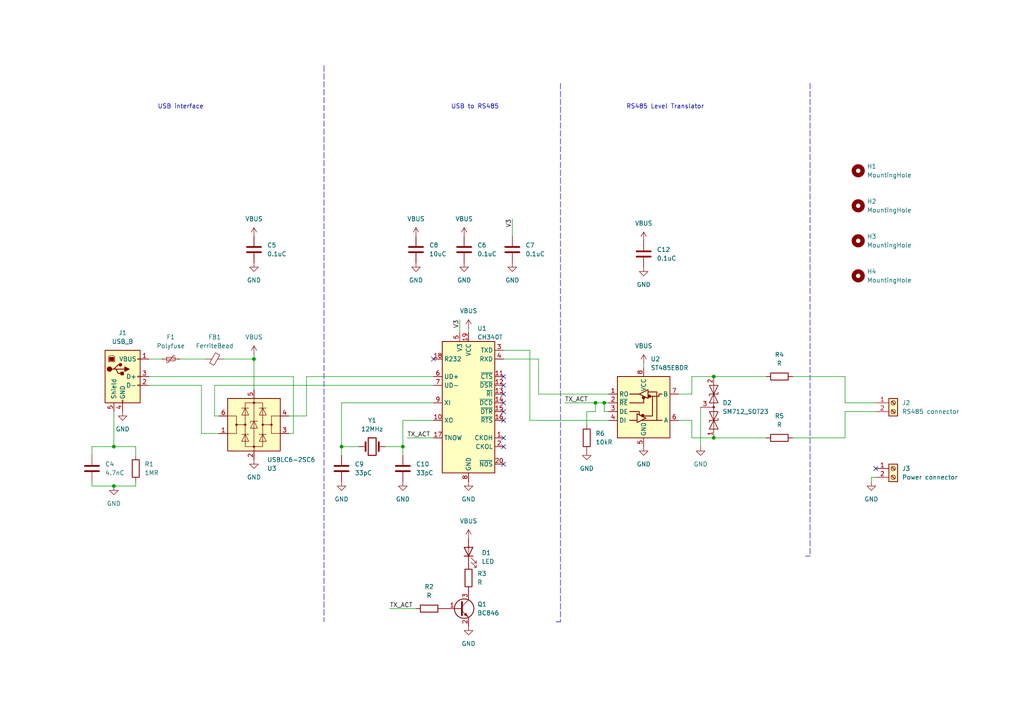
<source format=kicad_sch>
(kicad_sch (version 20211123) (generator eeschema)
  (paper "A4")
  (lib_symbols
    (symbol "Connector:Screw_Terminal_01x02" (pin_names (offset 1.016) hide)
      (property "Reference" "J" (at 0 2.54 0))
      (property "Value" "Screw_Terminal_01x02" (at 0 -5.08 0))
      (symbol "Screw_Terminal_01x02_1_1"
        (rectangle (start -1.27 1.27) (end 1.27 -3.81) (stroke (width 0.254)) (fill (type background)))
        (circle (center 0 -2.54) (radius 0.635) (stroke (width 0.1524)))
        (polyline (pts (xy -0.5334 -2.2098) (xy 0.3302 -3.048)) (stroke (width 0.1524)))
        (polyline (pts (xy -0.5334 0.3302) (xy 0.3302 -0.508)) (stroke (width 0.1524)))
        (polyline (pts (xy -0.3556 -2.032) (xy 0.508 -2.8702)) (stroke (width 0.1524)))
        (polyline (pts (xy -0.3556 0.508) (xy 0.508 -0.3302)) (stroke (width 0.1524)))
        (circle (center 0 0) (radius 0.635) (stroke (width 0.1524)))
        (pin passive line (at -5.08 0 0) (length 3.81) (name "Pin_1") (number "1"))
        (pin passive line (at -5.08 -2.54 0) (length 3.81) (name "Pin_2") (number "2"))
      )
    )
    (symbol "Connector:USB_B" (pin_names (offset 1.016))
      (property "Reference" "J" (at -5.08 11.43 0))
      (property "Value" "USB_B" (at -5.08 8.89 0))
      (symbol "USB_B_0_1"
        (rectangle (start -5.08 -7.62) (end 5.08 7.62) (stroke (width 0.254)) (fill (type background)))
        (circle (center -3.81 2.159) (radius 0.635) (stroke (width 0.254)) (fill (type outline)))
        (rectangle (start -3.81 5.588) (end -2.54 4.572) (fill (type outline)))
        (circle (center -0.635 3.429) (radius 0.381) (stroke (width 0.254)) (fill (type outline)))
        (rectangle (start -0.127 -7.62) (end 0.127 -6.858))
        (polyline (pts (xy -1.905 2.159) (xy 0.635 2.159)) (stroke (width 0.254)))
        (polyline (pts (xy -3.175 2.159) (xy -2.54 2.159) (xy -1.27 3.429) (xy -0.635 3.429)) (stroke (width 0.254)))
        (polyline (pts (xy -2.54 2.159) (xy -1.905 2.159) (xy -1.27 0.889) (xy 0 0.889)) (stroke (width 0.254)))
        (polyline (pts (xy 0.635 2.794) (xy 0.635 1.524) (xy 1.905 2.159) (xy 0.635 2.794)) (stroke (width 0.254)) (fill (type outline)))
        (polyline (pts (xy -4.064 4.318) (xy -2.286 4.318) (xy -2.286 5.715) (xy -2.667 6.096) (xy -3.683 6.096) (xy -4.064 5.715) (xy -4.064 4.318)))
        (rectangle (start 0.254 1.27) (end -0.508 0.508) (stroke (width 0.254)) (fill (type outline)))
        (rectangle (start 5.08 -2.667) (end 4.318 -2.413))
        (rectangle (start 5.08 -0.127) (end 4.318 0.127))
        (rectangle (start 5.08 4.953) (end 4.318 5.207))
      )
      (symbol "USB_B_1_1"
        (pin power_out line (at 7.62 5.08 180) (length 2.54) (name "VBUS") (number "1"))
        (pin bidirectional line (at 7.62 -2.54 180) (length 2.54) (name "D-") (number "2"))
        (pin bidirectional line (at 7.62 0 180) (length 2.54) (name "D+") (number "3"))
        (pin power_out line (at 0 -10.16 90) (length 2.54) (name "GND") (number "4"))
        (pin passive line (at -2.54 -10.16 90) (length 2.54) (name "Shield") (number "5"))
      )
    )
    (symbol "Device:C" (pin_numbers hide) (pin_names (offset 0.254))
      (property "Reference" "C" (at 0.635 2.54 0))
      (property "Value" "C" (at 0.635 -2.54 0))
      (symbol "C_0_1"
        (polyline (pts (xy -2.032 -0.762) (xy 2.032 -0.762)) (stroke (width 0.508)))
        (polyline (pts (xy -2.032 0.762) (xy 2.032 0.762)) (stroke (width 0.508)))
      )
      (symbol "C_1_1"
        (pin passive line (at 0 3.81 270) (length 2.794) (name "~") (number "1"))
        (pin passive line (at 0 -3.81 90) (length 2.794) (name "~") (number "2"))
      )
    )
    (symbol "Device:Crystal" (pin_numbers hide) (pin_names (offset 1.016) hide)
      (property "Reference" "Y" (at 0 3.81 0))
      (property "Value" "Crystal" (at 0 -3.81 0))
      (symbol "Crystal_0_1"
        (rectangle (start -1.143 2.54) (end 1.143 -2.54) (stroke (width 0.3048)))
        (polyline (pts (xy -2.54 0) (xy -1.905 0)))
        (polyline (pts (xy -1.905 -1.27) (xy -1.905 1.27)) (stroke (width 0.508)))
        (polyline (pts (xy 1.905 -1.27) (xy 1.905 1.27)) (stroke (width 0.508)))
        (polyline (pts (xy 2.54 0) (xy 1.905 0)))
      )
      (symbol "Crystal_1_1"
        (pin passive line (at -3.81 0 0) (length 1.27) (name "1") (number "1"))
        (pin passive line (at 3.81 0 180) (length 1.27) (name "2") (number "2"))
      )
    )
    (symbol "Device:FerriteBead_Small" (pin_numbers hide) (pin_names (offset 0))
      (property "Reference" "FB" (at 1.905 1.27 0))
      (property "Value" "FerriteBead_Small" (at 1.905 -1.27 0))
      (symbol "FerriteBead_Small_0_1"
        (polyline (pts (xy 0 -1.27) (xy 0 -0.7874)))
        (polyline (pts (xy 0 0.889) (xy 0 1.2954)))
        (polyline (pts (xy -1.8288 0.2794) (xy -1.1176 1.4986) (xy 1.8288 -0.2032) (xy 1.1176 -1.4224) (xy -1.8288 0.2794)))
      )
      (symbol "FerriteBead_Small_1_1"
        (pin passive line (at 0 2.54 270) (length 1.27) (name "~") (number "1"))
        (pin passive line (at 0 -2.54 90) (length 1.27) (name "~") (number "2"))
      )
    )
    (symbol "Device:LED" (pin_numbers hide) (pin_names (offset 1.016) hide)
      (property "Reference" "D" (at 0 2.54 0))
      (property "Value" "LED" (at 0 -2.54 0))
      (symbol "LED_0_1"
        (polyline (pts (xy -1.27 -1.27) (xy -1.27 1.27)) (stroke (width 0.254)))
        (polyline (pts (xy -1.27 0) (xy 1.27 0)))
        (polyline (pts (xy 1.27 -1.27) (xy 1.27 1.27) (xy -1.27 0) (xy 1.27 -1.27)) (stroke (width 0.254)))
        (polyline (pts (xy -3.048 -0.762) (xy -4.572 -2.286) (xy -3.81 -2.286) (xy -4.572 -2.286) (xy -4.572 -1.524)))
        (polyline (pts (xy -1.778 -0.762) (xy -3.302 -2.286) (xy -2.54 -2.286) (xy -3.302 -2.286) (xy -3.302 -1.524)))
      )
      (symbol "LED_1_1"
        (pin passive line (at -3.81 0 0) (length 2.54) (name "K") (number "1"))
        (pin passive line (at 3.81 0 180) (length 2.54) (name "A") (number "2"))
      )
    )
    (symbol "Device:Polyfuse_Small" (pin_numbers hide) (pin_names (offset 0))
      (property "Reference" "F" (at -1.905 0 90))
      (property "Value" "Polyfuse_Small" (at 1.905 0 90))
      (symbol "Polyfuse_Small_0_1"
        (rectangle (start -0.508 1.27) (end 0.508 -1.27))
        (polyline (pts (xy 0 2.54) (xy 0 -2.54)))
        (polyline (pts (xy -1.016 1.27) (xy -1.016 0.762) (xy 1.016 -0.762) (xy 1.016 -1.27)))
      )
      (symbol "Polyfuse_Small_1_1"
        (pin passive line (at 0 2.54 270) (length 0.635) (name "~") (number "1"))
        (pin passive line (at 0 -2.54 90) (length 0.635) (name "~") (number "2"))
      )
    )
    (symbol "Device:R" (pin_numbers hide) (pin_names (offset 0))
      (property "Reference" "R" (at 2.032 0 90))
      (property "Value" "R" (at 0 0 90))
      (symbol "R_0_1"
        (rectangle (start -1.016 -2.54) (end 1.016 2.54) (stroke (width 0.254)))
      )
      (symbol "R_1_1"
        (pin passive line (at 0 3.81 270) (length 1.27) (name "~") (number "1"))
        (pin passive line (at 0 -3.81 90) (length 1.27) (name "~") (number "2"))
      )
    )
    (symbol "Diode:SM712_SOT23" (pin_names (offset 1.016) hide)
      (property "Reference" "D" (at 0 4.445 0))
      (property "Value" "SM712_SOT23" (at 0 2.54 0))
      (symbol "SM712_SOT23_0_0"
        (polyline (pts (xy 0 -1.27) (xy 0 0)))
      )
      (symbol "SM712_SOT23_0_1"
        (polyline (pts (xy -6.35 0) (xy 6.35 0)))
        (polyline (pts (xy -3.302 1.27) (xy -3.81 1.27) (xy -3.81 -1.27) (xy -4.318 -1.27)) (stroke (width 0.2032)))
        (polyline (pts (xy 4.318 1.27) (xy 3.81 1.27) (xy 3.81 -1.27) (xy 3.302 -1.27)) (stroke (width 0.2032)))
        (polyline (pts (xy -6.35 -1.27) (xy -1.27 1.27) (xy -1.27 -1.27) (xy -6.35 1.27) (xy -6.35 -1.27)) (stroke (width 0.2032)))
        (polyline (pts (xy 1.27 -1.27) (xy 1.27 1.27) (xy 6.35 -1.27) (xy 6.35 1.27) (xy 1.27 -1.27)) (stroke (width 0.2032)))
        (circle (center 0 0) (radius 0.254) (fill (type outline)))
      )
      (symbol "SM712_SOT23_1_1"
        (pin passive line (at -8.89 0 0) (length 2.54) (name "A1") (number "1"))
        (pin passive line (at 8.89 0 180) (length 2.54) (name "A2") (number "2"))
        (pin input line (at 0 -3.81 90) (length 2.54) (name "common") (number "3"))
      )
    )
    (symbol "Interface_UART:ST485EBDR"
      (property "Reference" "U" (at -6.35 8.89 0))
      (property "Value" "ST485EBDR" (at 1.27 8.89 0))
      (symbol "ST485EBDR_0_1"
        (rectangle (start -7.62 7.62) (end 7.62 -10.16) (stroke (width 0.254)) (fill (type background)))
        (circle (center -0.3048 -3.683) (radius 0.3556) (stroke (width 0.254)) (fill (type outline)))
        (circle (center -0.0254 1.4986) (radius 0.3556) (stroke (width 0.254)) (fill (type outline)))
        (polyline (pts (xy -4.064 -5.08) (xy -1.905 -5.08)) (stroke (width 0.254)))
        (polyline (pts (xy -4.064 2.54) (xy -1.27 2.54)) (stroke (width 0.254)))
        (polyline (pts (xy -1.27 -3.2004) (xy -1.27 -3.4544)) (stroke (width 0.254)))
        (polyline (pts (xy -0.635 -5.08) (xy 5.334 -5.08)) (stroke (width 0.254)))
        (polyline (pts (xy -4.064 -2.54) (xy -1.27 -2.54) (xy -1.27 -3.175)) (stroke (width 0.254)))
        (polyline (pts (xy 0 1.27) (xy 0 0) (xy -4.064 0)) (stroke (width 0.254)))
        (polyline (pts (xy 1.27 3.175) (xy 3.81 3.175) (xy 3.81 -5.08)) (stroke (width 0.254)))
        (polyline (pts (xy 2.54 1.905) (xy 2.54 -3.81) (xy 0 -3.81)) (stroke (width 0.254)))
        (polyline (pts (xy -1.905 -3.175) (xy -1.905 -5.715) (xy 0.635 -4.445) (xy -1.905 -3.175)) (stroke (width 0.254)))
        (polyline (pts (xy -1.27 2.54) (xy 1.27 3.81) (xy 1.27 1.27) (xy -1.27 2.54)) (stroke (width 0.254)))
        (polyline (pts (xy 1.905 1.905) (xy 4.445 1.905) (xy 4.445 2.54) (xy 5.334 2.54)) (stroke (width 0.254)))
        (rectangle (start 1.27 3.175) (end 1.27 3.175))
        (circle (center 1.651 1.905) (radius 0.3556) (stroke (width 0.254)) (fill (type outline)))
      )
      (symbol "ST485EBDR_1_1"
        (pin output line (at -10.16 2.54 0) (length 2.54) (name "RO") (number "1"))
        (pin input line (at -10.16 0 0) (length 2.54) (name "~{RE}") (number "2"))
        (pin input line (at -10.16 -2.54 0) (length 2.54) (name "DE") (number "3"))
        (pin input line (at -10.16 -5.08 0) (length 2.54) (name "DI") (number "4"))
        (pin power_in line (at 0 -12.7 90) (length 2.54) (name "GND") (number "5"))
        (pin bidirectional line (at 10.16 -5.08 180) (length 2.54) (name "A") (number "6"))
        (pin bidirectional line (at 10.16 2.54 180) (length 2.54) (name "B") (number "7"))
        (pin power_in line (at 0 10.16 270) (length 2.54) (name "VCC") (number "8"))
      )
    )
    (symbol "Interface_USB_custom:CH340T"
      (property "Reference" "U" (at -7.62 22.86 0))
      (property "Value" "CH340T" (at 7.62 22.86 0))
      (symbol "CH340T_1_1"
        (rectangle (start -7.62 20.32) (end 7.62 -17.78) (stroke (width 0.254)) (fill (type background)))
        (pin output line (at 10.16 -7.62 180) (length 2.54) (name "CKOH") (number "1"))
        (pin output line (at -10.16 -2.54 0) (length 2.54) (name "XO") (number "10"))
        (pin input line (at 10.16 10.16 180) (length 2.54) (name "~{CTS}") (number "11"))
        (pin input line (at 10.16 7.62 180) (length 2.54) (name "~{DSR}") (number "12"))
        (pin input line (at 10.16 5.08 180) (length 2.54) (name "~{RI}") (number "13"))
        (pin input line (at 10.16 2.54 180) (length 2.54) (name "~{DCD}") (number "14"))
        (pin output line (at 10.16 0 180) (length 2.54) (name "~{DTR}") (number "15"))
        (pin output line (at 10.16 -2.54 180) (length 2.54) (name "~{RTS}") (number "16"))
        (pin output line (at -10.16 -7.62 0) (length 2.54) (name "TNOW") (number "17"))
        (pin input line (at -10.16 15.24 0) (length 2.54) (name "R232") (number "18"))
        (pin power_in line (at 0 22.86 270) (length 2.54) (name "VCC") (number "19"))
        (pin output line (at 10.16 -10.16 180) (length 2.54) (name "CKOL") (number "2"))
        (pin input line (at 10.16 -15.24 180) (length 2.54) (name "~{NOS}") (number "20"))
        (pin output line (at 10.16 17.78 180) (length 2.54) (name "TXD") (number "3"))
        (pin input line (at 10.16 15.24 180) (length 2.54) (name "RXD") (number "4"))
        (pin passive line (at -2.54 22.86 270) (length 2.54) (name "V3") (number "5"))
        (pin bidirectional line (at -10.16 10.16 0) (length 2.54) (name "UD+") (number "6"))
        (pin bidirectional line (at -10.16 7.62 0) (length 2.54) (name "UD-") (number "7"))
        (pin power_in line (at 0 -20.32 90) (length 2.54) (name "GND") (number "8"))
        (pin input line (at -10.16 2.54 0) (length 2.54) (name "XI") (number "9"))
      )
    )
    (symbol "Mechanical:MountingHole" (pin_names (offset 1.016))
      (property "Reference" "H" (at 0 5.08 0))
      (property "Value" "MountingHole" (at 0 3.175 0))
      (symbol "MountingHole_0_1"
        (circle (center 0 0) (radius 1.27) (stroke (width 1.27)))
      )
    )
    (symbol "Power_Protection:USBLC6-2SC6" (pin_names hide)
      (property "Reference" "U" (at 2.54 8.89 0))
      (property "Value" "USBLC6-2SC6" (at 2.54 -8.89 0))
      (symbol "USBLC6-2SC6_0_1"
        (rectangle (start -7.62 -7.62) (end 7.62 7.62) (stroke (width 0.254)) (fill (type background)))
        (circle (center -5.08 0) (radius 0.254) (fill (type outline)))
        (circle (center -2.54 0) (radius 0.254) (fill (type outline)))
        (rectangle (start -2.54 6.35) (end 2.54 -6.35))
        (circle (center 0 -6.35) (radius 0.254) (fill (type outline)))
        (polyline (pts (xy -5.08 -2.54) (xy -7.62 -2.54)))
        (polyline (pts (xy -5.08 0) (xy -5.08 -2.54)))
        (polyline (pts (xy -5.08 2.54) (xy -7.62 2.54)))
        (polyline (pts (xy -1.524 -2.794) (xy -3.556 -2.794)))
        (polyline (pts (xy -1.524 4.826) (xy -3.556 4.826)))
        (polyline (pts (xy 0 -7.62) (xy 0 -6.35)))
        (polyline (pts (xy 0 -6.35) (xy 0 1.27)))
        (polyline (pts (xy 0 1.27) (xy 0 6.35)))
        (polyline (pts (xy 0 6.35) (xy 0 7.62)))
        (polyline (pts (xy 1.524 -2.794) (xy 3.556 -2.794)))
        (polyline (pts (xy 1.524 4.826) (xy 3.556 4.826)))
        (polyline (pts (xy 5.08 -2.54) (xy 7.62 -2.54)))
        (polyline (pts (xy 5.08 0) (xy 5.08 -2.54)))
        (polyline (pts (xy 5.08 2.54) (xy 7.62 2.54)))
        (polyline (pts (xy -2.54 0) (xy -5.08 0) (xy -5.08 2.54)))
        (polyline (pts (xy 2.54 0) (xy 5.08 0) (xy 5.08 2.54)))
        (polyline (pts (xy -3.556 -4.826) (xy -1.524 -4.826) (xy -2.54 -2.794) (xy -3.556 -4.826)))
        (polyline (pts (xy -3.556 2.794) (xy -1.524 2.794) (xy -2.54 4.826) (xy -3.556 2.794)))
        (polyline (pts (xy -1.016 -1.016) (xy 1.016 -1.016) (xy 0 1.016) (xy -1.016 -1.016)))
        (polyline (pts (xy 1.016 1.016) (xy 0.762 1.016) (xy -1.016 1.016) (xy -1.016 0.508)))
        (polyline (pts (xy 3.556 -4.826) (xy 1.524 -4.826) (xy 2.54 -2.794) (xy 3.556 -4.826)))
        (polyline (pts (xy 3.556 2.794) (xy 1.524 2.794) (xy 2.54 4.826) (xy 3.556 2.794)))
        (circle (center 0 6.35) (radius 0.254) (fill (type outline)))
        (circle (center 2.54 0) (radius 0.254) (fill (type outline)))
        (circle (center 5.08 0) (radius 0.254) (fill (type outline)))
      )
      (symbol "USBLC6-2SC6_1_1"
        (pin passive line (at -10.16 -2.54 0) (length 2.54) (name "I/O1") (number "1"))
        (pin passive line (at 0 -10.16 90) (length 2.54) (name "GND") (number "2"))
        (pin passive line (at 10.16 -2.54 180) (length 2.54) (name "I/O2") (number "3"))
        (pin passive line (at 10.16 2.54 180) (length 2.54) (name "I/O2") (number "4"))
        (pin passive line (at 0 10.16 270) (length 2.54) (name "VBUS") (number "5"))
        (pin passive line (at -10.16 2.54 0) (length 2.54) (name "I/O1") (number "6"))
      )
    )
    (symbol "Transistor_BJT:BC846" (pin_names (offset 0) hide)
      (property "Reference" "Q" (at 5.08 1.905 0))
      (property "Value" "BC846" (at 5.08 0 0))
      (symbol "BC846_0_1"
        (polyline (pts (xy 0.635 0.635) (xy 2.54 2.54)))
        (polyline (pts (xy 0.635 -0.635) (xy 2.54 -2.54) (xy 2.54 -2.54)))
        (polyline (pts (xy 0.635 1.905) (xy 0.635 -1.905) (xy 0.635 -1.905)) (stroke (width 0.508)))
        (polyline (pts (xy 1.27 -1.778) (xy 1.778 -1.27) (xy 2.286 -2.286) (xy 1.27 -1.778) (xy 1.27 -1.778)) (fill (type outline)))
        (circle (center 1.27 0) (radius 2.8194) (stroke (width 0.254)))
      )
      (symbol "BC846_1_1"
        (pin input line (at -5.08 0 0) (length 5.715) (name "B") (number "1"))
        (pin passive line (at 2.54 -5.08 90) (length 2.54) (name "E") (number "2"))
        (pin passive line (at 2.54 5.08 270) (length 2.54) (name "C") (number "3"))
      )
    )
    (symbol "power:GND" (power) (pin_names (offset 0))
      (property "Value" "GND" (at 0 -3.81 0))
      (symbol "GND_0_1"
        (polyline (pts (xy 0 0) (xy 0 -1.27) (xy 1.27 -1.27) (xy 0 -2.54) (xy -1.27 -1.27) (xy 0 -1.27)))
      )
      (symbol "GND_1_1"
        (pin power_in line (at 0 0 270) (length 0) hide (name "GND") (number "1"))
      )
    )
    (symbol "power:VBUS" (power) (pin_names (offset 0))
      (property "Value" "VBUS" (at 0 3.81 0))
      (symbol "VBUS_0_1"
        (polyline (pts (xy -0.762 1.27) (xy 0 2.54)))
        (polyline (pts (xy 0 0) (xy 0 2.54)))
        (polyline (pts (xy 0 2.54) (xy 0.762 1.27)))
      )
      (symbol "VBUS_1_1"
        (pin power_in line (at 0 0 90) (length 0) hide (name "VBUS") (number "1"))
      )
    )
  )
  (junction (at 33.02 129.54))
  (junction (at 116.84 129.54))
  (junction (at 207.01 109.22))
  (junction (at 33.02 140.97))
  (junction (at 207.01 127))
  (junction (at 172.72 116.84))
  (junction (at 175.26 116.84))
  (junction (at 73.66 104.14))
  (junction (at 99.06 129.54))
  (no_connect (at 146.05 134.62))
  (no_connect (at 146.05 129.54))
  (no_connect (at 146.05 127))
  (no_connect (at 125.73 104.14))
  (no_connect (at 254 135.89))
  (no_connect (at 146.05 111.76))
  (no_connect (at 146.05 114.3))
  (no_connect (at 146.05 116.84))
  (no_connect (at 146.05 119.38))
  (no_connect (at 146.05 109.22))
  (no_connect (at 146.05 121.92))
  (wire (pts (xy 64.77 104.14) (xy 73.66 104.14)))
  (wire (pts (xy 85.09 125.73) (xy 83.82 125.73)))
  (wire (pts (xy 172.72 119.38) (xy 172.72 116.84)))
  (wire (pts (xy 39.37 140.97) (xy 39.37 139.7)))
  (wire (pts (xy 203.2 118.11) (xy 203.2 129.54)))
  (wire (pts (xy 153.67 121.92) (xy 176.53 121.92)))
  (wire (pts (xy 207.01 109.22) (xy 222.25 109.22)))
  (wire (pts (xy 73.66 104.14) (xy 73.66 113.03)))
  (wire (pts (xy 153.67 121.92) (xy 153.67 101.6)))
  (wire (pts (xy 200.66 127) (xy 200.66 121.92)))
  (wire (pts (xy 222.25 127) (xy 207.01 127)))
  (wire (pts (xy 175.26 119.38) (xy 176.53 119.38)))
  (wire (pts (xy 99.06 116.84) (xy 99.06 129.54)))
  (wire (pts (xy 148.59 63.5) (xy 148.59 68.58)))
  (wire (pts (xy 43.18 111.76) (xy 58.42 111.76)))
  (wire (pts (xy 170.18 119.38) (xy 172.72 119.38)))
  (wire (pts (xy 33.02 129.54) (xy 26.67 129.54)))
  (wire (pts (xy 111.76 129.54) (xy 116.84 129.54)))
  (wire (pts (xy 116.84 132.08) (xy 116.84 129.54)))
  (wire (pts (xy 252.73 138.43) (xy 254 138.43)))
  (wire (pts (xy 73.66 102.87) (xy 73.66 104.14)))
  (wire (pts (xy 83.82 120.65) (xy 88.9 120.65)))
  (wire (pts (xy 175.26 116.84) (xy 176.53 116.84)))
  (wire (pts (xy 186.69 105.41) (xy 186.69 106.68)))
  (wire (pts (xy 196.85 114.3) (xy 200.66 114.3)))
  (wire (pts (xy 26.67 140.97) (xy 33.02 140.97)))
  (wire (pts (xy 39.37 129.54) (xy 39.37 132.08)))
  (wire (pts (xy 135.89 95.25) (xy 135.89 96.52)))
  (wire (pts (xy 229.87 127) (xy 245.11 127)))
  (wire (pts (xy 26.67 139.7) (xy 26.67 140.97)))
  (wire (pts (xy 58.42 111.76) (xy 58.42 125.73)))
  (wire (pts (xy 62.23 120.65) (xy 62.23 111.76)))
  (polyline (pts (xy 233.68 161.29) (xy 234.95 161.29)))
  (wire (pts (xy 200.66 109.22) (xy 207.01 109.22)))
  (wire (pts (xy 245.11 109.22) (xy 229.87 109.22)))
  (wire (pts (xy 200.66 121.92) (xy 196.85 121.92)))
  (wire (pts (xy 133.35 92.71) (xy 133.35 96.52)))
  (wire (pts (xy 62.23 111.76) (xy 125.73 111.76)))
  (wire (pts (xy 33.02 140.97) (xy 39.37 140.97)))
  (wire (pts (xy 113.03 176.53) (xy 120.65 176.53)))
  (wire (pts (xy 175.26 116.84) (xy 175.26 119.38)))
  (wire (pts (xy 88.9 109.22) (xy 125.73 109.22)))
  (wire (pts (xy 245.11 116.84) (xy 245.11 109.22)))
  (wire (pts (xy 85.09 109.22) (xy 85.09 125.73)))
  (wire (pts (xy 26.67 129.54) (xy 26.67 132.08)))
  (wire (pts (xy 33.02 129.54) (xy 39.37 129.54)))
  (wire (pts (xy 252.73 139.7) (xy 252.73 138.43)))
  (wire (pts (xy 99.06 129.54) (xy 99.06 132.08)))
  (polyline (pts (xy 161.29 180.34) (xy 162.56 180.34)))
  (polyline (pts (xy 234.95 24.13) (xy 234.95 161.29)))
  (wire (pts (xy 163.83 116.84) (xy 172.72 116.84)))
  (wire (pts (xy 116.84 121.92) (xy 125.73 121.92)))
  (wire (pts (xy 176.53 114.3) (xy 156.21 114.3)))
  (wire (pts (xy 156.21 114.3) (xy 156.21 104.14)))
  (wire (pts (xy 172.72 116.84) (xy 175.26 116.84)))
  (polyline (pts (xy 93.98 19.05) (xy 93.98 180.34)))
  (wire (pts (xy 33.02 119.38) (xy 33.02 129.54)))
  (wire (pts (xy 200.66 127) (xy 207.01 127)))
  (wire (pts (xy 170.18 119.38) (xy 170.18 123.19)))
  (wire (pts (xy 52.07 104.14) (xy 59.69 104.14)))
  (wire (pts (xy 245.11 119.38) (xy 254 119.38)))
  (wire (pts (xy 88.9 120.65) (xy 88.9 109.22)))
  (polyline (pts (xy 162.56 24.13) (xy 162.56 180.34)))
  (wire (pts (xy 153.67 101.6) (xy 146.05 101.6)))
  (wire (pts (xy 43.18 109.22) (xy 85.09 109.22)))
  (wire (pts (xy 43.18 104.14) (xy 46.99 104.14)))
  (wire (pts (xy 156.21 104.14) (xy 146.05 104.14)))
  (wire (pts (xy 118.11 127) (xy 125.73 127)))
  (wire (pts (xy 245.11 127) (xy 245.11 119.38)))
  (wire (pts (xy 116.84 129.54) (xy 116.84 121.92)))
  (wire (pts (xy 99.06 129.54) (xy 104.14 129.54)))
  (wire (pts (xy 125.73 116.84) (xy 99.06 116.84)))
  (wire (pts (xy 254 116.84) (xy 245.11 116.84)))
  (wire (pts (xy 200.66 114.3) (xy 200.66 109.22)))
  (wire (pts (xy 63.5 120.65) (xy 62.23 120.65)))
  (polyline (pts (xy 161.29 180.34) (xy 162.56 180.34)))
  (wire (pts (xy 58.42 125.73) (xy 63.5 125.73)))
  (text "USB to RS485" (at 130.81 31.75 0) (effects (font (size 1.27 1.27)) (justify left bottom)))
  (text "USB interface" (at 45.72 31.75 0) (effects (font (size 1.27 1.27)) (justify left bottom)))
  (text "RS485 Level Translator" (at 181.61 31.75 0) (effects (font (size 1.27 1.27)) (justify left bottom)))
  (label "TX_ACT" (at 118.11 127 0))
  (label "TX_ACT" (at 163.83 116.84 0))
  (label "V3" (at 133.35 92.71 270))
  (label "TX_ACT" (at 113.03 176.53 0))
  (label "V3" (at 148.59 63.5 270))
  (symbol (lib_id "Power_Protection:USBLC6-2SC6") (at 73.66 123.19 0) (unit 1)
    (property "Reference" "U3" (at 77.47 135.89 0) (effects (justify left)))
    (property "Value" "USBLC6-2SC6" (at 77.47 133.35 0) (effects (justify left)))
    (property "Footprint" "Package_TO_SOT_SMD:SOT-23-6" (effects hide))
    (property "Datasheet" "https://datasheet.lcsc.com/lcsc/1811141711_STMicroelectronics-USBLC6-2SC6_C7519.pdf" (effects hide))
    (property "Manufacturer Part Number" "USBLC6-2SC6" (effects hide))
  )
  (symbol (lib_id "Device:C") (at 99.06 135.89 0) (unit 1)
    (property "Reference" "C9" (at 102.87 134.6199 0) (effects (justify left)))
    (property "Value" "33pC" (at 102.87 137.1599 0) (effects (justify left)))
    (property "Footprint" "Capacitor_SMD:C_0805_2012Metric_Pad1.18x1.45mm_HandSolder" (effects hide))
    (property "Datasheet" "https://datasheet.lcsc.com/lcsc/1810311413_YAGEO-CC0805JRNPO9BN330_C107115.pdf" (effects hide))
    (property "Manufacturer Part Number" "CC0805JRNPO9BN330" (effects hide))
  )
  (symbol (lib_id "power:GND") (at 134.62 76.2 0) (unit 1)
    (property "Reference" "#PWR09" (effects hide))
    (property "Value" "GND" (at 134.62 81.28 0))
  )
  (symbol (lib_id "Transistor_BJT:BC846") (at 133.35 176.53 0) (unit 1)
    (property "Reference" "Q1" (at 138.43 175.2599 0) (effects (justify left)))
    (property "Value" "BC846" (at 138.43 177.7999 0) (effects (justify left)))
    (property "Footprint" "Package_TO_SOT_SMD:SOT-23" (effects hide))
    (property "Datasheet" "https://assets.nexperia.com/documents/data-sheet/BC846_SER.pdf" (effects hide))
  )
  (symbol (lib_id "power:VBUS") (at 120.65 68.58 0) (unit 1)
    (property "Reference" "#PWR011" (effects hide))
    (property "Value" "VBUS" (at 120.65 63.5 0))
  )
  (symbol (lib_id "Mechanical:MountingHole") (at 248.92 49.53 0) (unit 1)
    (property "Reference" "H1" (at 251.46 48.2599 0) (effects (justify left)))
    (property "Value" "MountingHole" (at 251.46 50.7999 0) (effects (justify left)))
    (property "Footprint" "MountingHole:MountingHole_3.2mm_M3_Pad" (effects hide))
    (property "Manufacturer Part Number" "N/A" (effects hide))
  )
  (symbol (lib_id "power:GND") (at 203.2 129.54 0) (unit 1)
    (property "Reference" "#PWR023" (effects hide))
    (property "Value" "GND" (at 203.2 134.62 0))
  )
  (symbol (lib_id "power:GND") (at 35.56 119.38 0) (unit 1)
    (property "Reference" "#PWR06" (effects hide))
    (property "Value" "GND" (at 35.56 124.46 0))
  )
  (symbol (lib_id "Device:R") (at 226.06 127 90) (unit 1)
    (property "Reference" "R5" (at 226.06 120.65 90))
    (property "Value" "R" (at 226.06 123.19 90))
  )
  (symbol (lib_id "Diode:SM712_SOT23") (at 207.01 118.11 270) (mirror x) (unit 1)
    (property "Reference" "D2" (at 209.55 116.8399 90) (effects (justify left)))
    (property "Value" "SM712_SOT23" (at 209.55 119.3799 90) (effects (justify left)))
    (property "Footprint" "Package_TO_SOT_SMD:SOT-23" (effects hide))
    (property "Datasheet" "https://datasheet.lcsc.com/lcsc/2108131930_TECH-PUBLIC-SM712_C521963.pdf" (effects hide))
    (property "Manufacturer Part Number" "SM712" (effects hide))
  )
  (symbol (lib_id "Connector:Screw_Terminal_01x02") (at 259.08 135.89 0) (unit 1)
    (property "Reference" "J3" (at 261.62 135.8899 0) (effects (justify left)))
    (property "Value" "Power connector" (at 261.62 138.4299 0) (effects (justify left)))
    (property "Footprint" "Connector_custom:JILN JL301-50002U01" (effects hide))
    (property "Datasheet" "https://datasheet.lcsc.com/lcsc/1912111437_JILN-JL301-50002U02_C395214.pdf" (effects hide))
    (property "Manufacturer Part Number" "JL301-50002U02" (effects hide))
  )
  (symbol (lib_id "Device:C") (at 120.65 72.39 180) (unit 1)
    (property "Reference" "C8" (at 124.46 71.1199 0) (effects (justify right)))
    (property "Value" "10uC" (at 124.46 73.6599 0) (effects (justify right)))
    (property "Footprint" "Capacitor_SMD:C_0805_2012Metric_Pad1.18x1.45mm_HandSolder" (effects hide))
    (property "Manufacturer Part Number" "LMK212ABJ106KG-T" (effects hide))
  )
  (symbol (lib_id "Device:Polyfuse_Small") (at 49.53 104.14 90) (unit 1)
    (property "Reference" "F1" (at 49.53 97.79 90))
    (property "Value" "Polyfuse" (at 49.53 100.33 90))
    (property "Footprint" "Fuse:Fuse_0805_2012Metric_Pad1.15x1.40mm_HandSolder" (effects hide))
    (property "Datasheet" "https://datasheet.lcsc.com/lcsc/1810071612_RUILON-Shenzhen-Ruilongyuan-Elec-SMD0805P020TF_C20976.pdf" (effects hide))
    (property "Manufacturer Part Number" "SMD0805P020TF" (effects hide))
  )
  (symbol (lib_id "power:VBUS") (at 186.69 69.85 0) (unit 1)
    (property "Reference" "#PWR018" (effects hide))
    (property "Value" "VBUS" (at 186.69 64.77 0))
  )
  (symbol (lib_id "Device:C") (at 148.59 72.39 180) (unit 1)
    (property "Reference" "C7" (at 152.4 71.1199 0) (effects (justify right)))
    (property "Value" "0.1uC" (at 152.4 73.6599 0) (effects (justify right)))
    (property "Footprint" "Capacitor_SMD:C_0805_2012Metric_Pad1.18x1.45mm_HandSolder" (effects hide))
    (property "Datasheet" "https://datasheet.lcsc.com/lcsc/2006111832_YAGEO-CC0805KRX7R8BB104_C519981.pdf" (effects hide))
    (property "Manufacturer Part Number" "CC0805KRX7R8BB104" (effects hide))
  )
  (symbol (lib_id "power:GND") (at 33.02 140.97 0) (unit 1)
    (property "Reference" "#PWR08" (effects hide))
    (property "Value" "GND" (at 33.02 146.05 0))
  )
  (symbol (lib_id "power:GND") (at 252.73 139.7 0) (unit 1)
    (property "Reference" "#PWR0101" (effects hide))
    (property "Value" "GND" (at 252.73 144.78 0))
  )
  (symbol (lib_id "Mechanical:MountingHole") (at 248.92 69.85 0) (unit 1)
    (property "Reference" "H3" (at 251.46 68.5799 0) (effects (justify left)))
    (property "Value" "MountingHole" (at 251.46 71.1199 0) (effects (justify left)))
    (property "Footprint" "MountingHole:MountingHole_3.2mm_M3_Pad" (effects hide))
    (property "Manufacturer Part Number" "N/A" (effects hide))
  )
  (symbol (lib_id "power:GND") (at 186.69 77.47 0) (unit 1)
    (property "Reference" "#PWR019" (effects hide))
    (property "Value" "GND" (at 186.69 82.55 0))
  )
  (symbol (lib_id "power:VBUS") (at 134.62 68.58 0) (unit 1)
    (property "Reference" "#PWR03" (effects hide))
    (property "Value" "VBUS" (at 134.62 63.5 0))
  )
  (symbol (lib_id "Device:LED") (at 135.89 160.02 90) (unit 1)
    (property "Reference" "D1" (at 139.7 160.3374 90) (effects (justify right)))
    (property "Value" "LED" (at 139.7 162.8774 90) (effects (justify right)))
    (property "Footprint" "LED_SMD:LED_0805_2012Metric_Pad1.15x1.40mm_HandSolder" (effects hide))
    (property "Datasheet" "https://datasheet.lcsc.com/lcsc/1811011222_Everlight-Elec-17-21SYGC-S530-E2-TR8_C73548.pdf" (effects hide))
    (property "Manufacturer Part Number" "17-21SYGC/S530-E2/TR8" (effects hide))
  )
  (symbol (lib_id "Device:C") (at 116.84 135.89 0) (unit 1)
    (property "Reference" "C10" (at 120.65 134.6199 0) (effects (justify left)))
    (property "Value" "33pC" (at 120.65 137.1599 0) (effects (justify left)))
    (property "Footprint" "Capacitor_SMD:C_0805_2012Metric_Pad1.18x1.45mm_HandSolder" (effects hide))
    (property "Datasheet" "https://datasheet.lcsc.com/lcsc/1810311413_YAGEO-CC0805JRNPO9BN330_C107115.pdf" (effects hide))
    (property "Manufacturer Part Number" "CC0805JRNPO9BN330" (effects hide))
  )
  (symbol (lib_id "Mechanical:MountingHole") (at 248.92 59.69 0) (unit 1)
    (property "Reference" "H2" (at 251.46 58.4199 0) (effects (justify left)))
    (property "Value" "MountingHole" (at 251.46 60.9599 0) (effects (justify left)))
    (property "Footprint" "MountingHole:MountingHole_3.2mm_M3_Pad" (effects hide))
    (property "Manufacturer Part Number" "N/A" (effects hide))
  )
  (symbol (lib_id "power:VBUS") (at 73.66 68.58 0) (unit 1)
    (property "Reference" "#PWR020" (effects hide))
    (property "Value" "VBUS" (at 73.66 63.5 0))
  )
  (symbol (lib_id "Interface_UART:ST485EBDR") (at 186.69 116.84 0) (unit 1)
    (property "Reference" "U2" (at 188.7094 104.14 0) (effects (justify left)))
    (property "Value" "ST485EBDR" (at 188.7094 106.68 0) (effects (justify left)))
    (property "Footprint" "Package_SO:SOIC-8_3.9x4.9mm_P1.27mm" (effects hide))
    (property "Datasheet" "http://www.st.com/resource/en/datasheet/st485eb.pdf" (effects hide))
  )
  (symbol (lib_id "power:GND") (at 135.89 139.7 0) (unit 1)
    (property "Reference" "#PWR02" (effects hide))
    (property "Value" "GND" (at 135.89 144.78 0))
  )
  (symbol (lib_id "power:GND") (at 186.69 129.54 0) (unit 1)
    (property "Reference" "#PWR04" (effects hide))
    (property "Value" "GND" (at 186.69 134.62 0))
  )
  (symbol (lib_id "power:VBUS") (at 186.69 105.41 0) (unit 1)
    (property "Reference" "#PWR017" (effects hide))
    (property "Value" "VBUS" (at 186.69 100.33 0))
  )
  (symbol (lib_id "power:VBUS") (at 73.66 102.87 0) (unit 1)
    (property "Reference" "#PWR01" (effects hide))
    (property "Value" "VBUS" (at 73.66 97.79 0))
  )
  (symbol (lib_id "Connector:USB_B") (at 35.56 109.22 0) (unit 1)
    (property "Reference" "J1" (at 35.56 96.52 0))
    (property "Value" "USB_B" (at 35.56 99.06 0))
    (property "Footprint" "Connector_USB:USB_B_OST_USB-B1HSxx_Horizontal" (effects hide))
    (property "Datasheet" "https://datasheet.lcsc.com/lcsc/2110151730_XKB-Connectivity-U241-041N-1BR85-1_C397338.pdf" (effects hide))
    (property "Manufacturer Part Number" "U241-041N-1BR85-1" (effects hide))
  )
  (symbol (lib_id "power:GND") (at 99.06 139.7 0) (unit 1)
    (property "Reference" "#PWR014" (effects hide))
    (property "Value" "GND" (at 99.06 144.78 0))
  )
  (symbol (lib_id "Device:C") (at 134.62 72.39 180) (unit 1)
    (property "Reference" "C6" (at 138.43 71.1199 0) (effects (justify right)))
    (property "Value" "0.1uC" (at 138.43 73.6599 0) (effects (justify right)))
    (property "Footprint" "Capacitor_SMD:C_0805_2012Metric_Pad1.18x1.45mm_HandSolder" (effects hide))
    (property "Datasheet" "https://datasheet.lcsc.com/lcsc/2006111832_YAGEO-CC0805KRX7R8BB104_C519981.pdf" (effects hide))
    (property "Manufacturer Part Number" "CC0805KRX7R8BB104" (effects hide))
  )
  (symbol (lib_id "Device:R") (at 135.89 167.64 0) (unit 1)
    (property "Reference" "R3" (at 138.43 166.3699 0) (effects (justify left)))
    (property "Value" "R" (at 138.43 168.9099 0) (effects (justify left)))
  )
  (symbol (lib_id "power:GND") (at 116.84 139.7 0) (unit 1)
    (property "Reference" "#PWR015" (effects hide))
    (property "Value" "GND" (at 116.84 144.78 0))
  )
  (symbol (lib_id "Interface_USB_custom:CH340T") (at 135.89 119.38 0) (unit 1)
    (property "Reference" "U1" (at 138.43 95.25 0) (effects (justify left)))
    (property "Value" "CH340T" (at 138.43 97.79 0) (effects (justify left)))
    (property "Footprint" "Package_SO:SSOP-20_5.3x7.2mm_P0.65mm" (effects hide))
    (property "Datasheet" "https://cdn.sparkfun.com/datasheets/Dev/Arduino/Other/CH340DS1.PDF" (effects hide))
    (property "Manufacturer Part Number" "CH340T" (effects hide))
  )
  (symbol (lib_id "Device:C") (at 186.69 73.66 180) (unit 1)
    (property "Reference" "C12" (at 190.5 72.3899 0) (effects (justify right)))
    (property "Value" "0.1uC" (at 190.5 74.9299 0) (effects (justify right)))
    (property "Footprint" "Capacitor_SMD:C_0805_2012Metric_Pad1.18x1.45mm_HandSolder" (effects hide))
    (property "Datasheet" "https://datasheet.lcsc.com/lcsc/2006111832_YAGEO-CC0805KRX7R8BB104_C519981.pdf" (effects hide))
    (property "Manufacturer Part Number" "CC0805KRX7R8BB104" (effects hide))
  )
  (symbol (lib_id "Device:R") (at 124.46 176.53 90) (unit 1)
    (property "Reference" "R2" (at 124.46 170.18 90))
    (property "Value" "R" (at 124.46 172.72 90))
  )
  (symbol (lib_id "Device:C") (at 73.66 72.39 180) (unit 1)
    (property "Reference" "C5" (at 77.47 71.1199 0) (effects (justify right)))
    (property "Value" "0.1uC" (at 77.47 73.6599 0) (effects (justify right)))
    (property "Footprint" "Capacitor_SMD:C_0805_2012Metric_Pad1.18x1.45mm_HandSolder" (effects hide))
    (property "Datasheet" "https://datasheet.lcsc.com/lcsc/2006111832_YAGEO-CC0805KRX7R8BB104_C519981.pdf" (effects hide))
    (property "Manufacturer Part Number" "CC0805KRX7R8BB104" (effects hide))
  )
  (symbol (lib_id "power:GND") (at 120.65 76.2 0) (unit 1)
    (property "Reference" "#PWR012" (effects hide))
    (property "Value" "GND" (at 120.65 81.28 0))
  )
  (symbol (lib_id "Connector:Screw_Terminal_01x02") (at 259.08 116.84 0) (unit 1)
    (property "Reference" "J2" (at 261.62 116.8399 0) (effects (justify left)))
    (property "Value" "RS485 connector" (at 261.62 119.3799 0) (effects (justify left)))
    (property "Footprint" "Connector_custom:JILN JL301-50002U01" (effects hide))
    (property "Datasheet" "https://datasheet.lcsc.com/lcsc/1912111437_JILN-JL301-50002U02_C395214.pdf" (effects hide))
    (property "Manufacturer Part Number" "JL301-50002U02" (effects hide))
  )
  (symbol (lib_id "power:GND") (at 148.59 76.2 0) (unit 1)
    (property "Reference" "#PWR010" (effects hide))
    (property "Value" "GND" (at 148.59 81.28 0))
  )
  (symbol (lib_id "Device:R") (at 39.37 135.89 0) (unit 1)
    (property "Reference" "R1" (at 41.91 134.6199 0) (effects (justify left)))
    (property "Value" "1MR" (at 41.91 137.1599 0) (effects (justify left)))
    (property "Footprint" "Resistor_SMD:R_0805_2012Metric_Pad1.20x1.40mm_HandSolder" (effects hide))
    (property "Datasheet" "https://datasheet.lcsc.com/lcsc/1810311431_YAGEO-RC0805FR-071ML_C107700.pdf" (effects hide))
    (property "Manufacturer Part Number" "RC0805FR-071ML" (effects hide))
  )
  (symbol (lib_id "Device:R") (at 226.06 109.22 90) (unit 1)
    (property "Reference" "R4" (at 226.06 102.87 90))
    (property "Value" "R" (at 226.06 105.41 90))
  )
  (symbol (lib_id "Device:FerriteBead_Small") (at 62.23 104.14 270) (unit 1)
    (property "Reference" "FB1" (at 62.2681 97.79 90))
    (property "Value" "FerriteBead" (at 62.2681 100.33 90))
    (property "Footprint" "Inductor_SMD:L_0805_2012Metric_Pad1.15x1.40mm_HandSolder" (effects hide))
    (property "Datasheet" "https://datasheet.lcsc.com/lcsc/1810201231_Murata-Electronics-BLM21BB050SN1D_C113035.pdf" (effects hide))
    (property "Manufacturer Part Number" "BLM21BB050SN1D" (effects hide))
  )
  (symbol (lib_id "Device:C") (at 26.67 135.89 0) (unit 1)
    (property "Reference" "C4" (at 30.48 134.6199 0) (effects (justify left)))
    (property "Value" "4.7nC" (at 30.48 137.1599 0) (effects (justify left)))
    (property "Footprint" "Capacitor_SMD:C_0805_2012Metric_Pad1.18x1.45mm_HandSolder" (effects hide))
    (property "Datasheet" "https://datasheet.lcsc.com/lcsc/1811061821_YAGEO-CC0805KRX7R9BB472_C107153.pdf" (effects hide))
    (property "Manufacturer Part Number" "CC0805KRX7R9BB472" (effects hide))
  )
  (symbol (lib_id "power:GND") (at 170.18 130.81 0) (unit 1)
    (property "Reference" "#PWR022" (effects hide))
    (property "Value" "GND" (at 170.18 135.89 0))
  )
  (symbol (lib_id "power:VBUS") (at 135.89 95.25 0) (unit 1)
    (property "Reference" "#PWR013" (effects hide))
    (property "Value" "VBUS" (at 135.89 90.17 0))
  )
  (symbol (lib_id "power:GND") (at 135.89 181.61 0) (unit 1)
    (property "Reference" "#PWR025" (effects hide))
    (property "Value" "GND" (at 135.89 186.69 0))
  )
  (symbol (lib_id "power:VBUS") (at 135.89 156.21 0) (unit 1)
    (property "Reference" "#PWR024" (effects hide))
    (property "Value" "VBUS" (at 135.89 151.13 0))
  )
  (symbol (lib_id "Mechanical:MountingHole") (at 248.92 80.01 0) (unit 1)
    (property "Reference" "H4" (at 251.46 78.7399 0) (effects (justify left)))
    (property "Value" "MountingHole" (at 251.46 81.2799 0) (effects (justify left)))
    (property "Footprint" "MountingHole:MountingHole_3.2mm_M3_Pad" (effects hide))
    (property "Manufacturer Part Number" "N/A" (effects hide))
  )
  (symbol (lib_id "Device:R") (at 170.18 127 0) (unit 1)
    (property "Reference" "R6" (at 172.72 125.7299 0) (effects (justify left)))
    (property "Value" "10kR" (at 172.72 128.2699 0) (effects (justify left)))
    (property "Footprint" "Resistor_SMD:R_0805_2012Metric_Pad1.20x1.40mm_HandSolder" (effects hide))
    (property "Datasheet" "https://datasheet.lcsc.com/lcsc/1810201611_YAGEO-RC0805FR-0710KL_C84376.pdf" (effects hide))
    (property "Manufacturer Part Number" "RC0805FR-0710KL" (effects hide))
  )
  (symbol (lib_id "Device:Crystal") (at 107.95 129.54 0) (unit 1)
    (property "Reference" "Y1" (at 107.95 121.92 0))
    (property "Value" "12MHz" (at 107.95 124.46 0))
    (property "Footprint" "Crystal:Crystal_SMD_HC49-SD_HandSoldering" (effects hide))
    (property "Datasheet" "https://datasheet.lcsc.com/lcsc/2110101030_Shenzhen-SCTF-Elec-SXMH12-000F2020F30_C2901753.pdf" (effects hide))
    (property "Manufacturer Part Number" "SXMH12.000F2020F30" (effects hide))
  )
  (symbol (lib_id "power:GND") (at 73.66 76.2 0) (unit 1)
    (property "Reference" "#PWR021" (effects hide))
    (property "Value" "GND" (at 73.66 81.28 0))
  )
  (symbol (lib_id "power:GND") (at 73.66 133.35 0) (unit 1)
    (property "Reference" "#PWR07" (effects hide))
    (property "Value" "GND" (at 73.66 138.43 0))
  )
)
</source>
